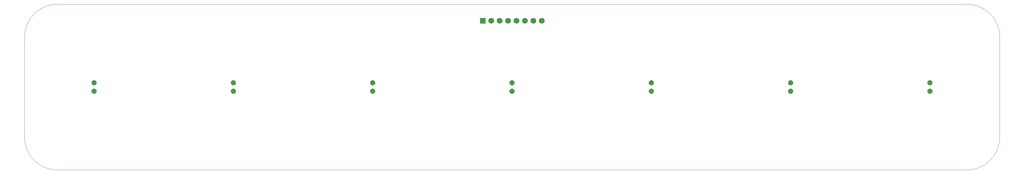
<source format=gts>
G04 EAGLE Gerber RS-274X export*
G75*
%MOMM*%
%FSLAX34Y34*%
%LPD*%
%INSolder Mask top*%
%IPPOS*%
%AMOC8*
5,1,8,0,0,1.08239X$1,22.5*%
G01*
%ADD10C,0.000000*%
%ADD11C,1.733200*%
%ADD12R,1.733200X1.733200*%
%ADD13P,1.649562X8X292.500000*%


D10*
X100000Y0D02*
X2840000Y0D01*
X2842416Y29D01*
X2844831Y117D01*
X2847243Y263D01*
X2849651Y467D01*
X2852054Y729D01*
X2854449Y1049D01*
X2856836Y1427D01*
X2859213Y1863D01*
X2861578Y2356D01*
X2863932Y2906D01*
X2866271Y3512D01*
X2868595Y4175D01*
X2870902Y4894D01*
X2873191Y5669D01*
X2875460Y6498D01*
X2877709Y7383D01*
X2879936Y8321D01*
X2882140Y9313D01*
X2884319Y10357D01*
X2886472Y11454D01*
X2888598Y12603D01*
X2890696Y13803D01*
X2892764Y15053D01*
X2894801Y16353D01*
X2896806Y17702D01*
X2898779Y19098D01*
X2900716Y20542D01*
X2902619Y22033D01*
X2904484Y23568D01*
X2906312Y25149D01*
X2908102Y26773D01*
X2909851Y28440D01*
X2911560Y30149D01*
X2913227Y31898D01*
X2914851Y33688D01*
X2916432Y35516D01*
X2917967Y37381D01*
X2919458Y39284D01*
X2920902Y41221D01*
X2922298Y43194D01*
X2923647Y45199D01*
X2924947Y47236D01*
X2926197Y49304D01*
X2927397Y51402D01*
X2928546Y53528D01*
X2929643Y55681D01*
X2930687Y57860D01*
X2931679Y60064D01*
X2932617Y62291D01*
X2933502Y64540D01*
X2934331Y66809D01*
X2935106Y69098D01*
X2935825Y71405D01*
X2936488Y73729D01*
X2937094Y76068D01*
X2937644Y78422D01*
X2938137Y80787D01*
X2938573Y83164D01*
X2938951Y85551D01*
X2939271Y87946D01*
X2939533Y90349D01*
X2939737Y92757D01*
X2939883Y95169D01*
X2939971Y97584D01*
X2940000Y100000D01*
X2940000Y400000D01*
X2939971Y402416D01*
X2939883Y404831D01*
X2939737Y407243D01*
X2939533Y409651D01*
X2939271Y412054D01*
X2938951Y414449D01*
X2938573Y416836D01*
X2938137Y419213D01*
X2937644Y421578D01*
X2937094Y423932D01*
X2936488Y426271D01*
X2935825Y428595D01*
X2935106Y430902D01*
X2934331Y433191D01*
X2933502Y435460D01*
X2932617Y437709D01*
X2931679Y439936D01*
X2930687Y442140D01*
X2929643Y444319D01*
X2928546Y446472D01*
X2927397Y448598D01*
X2926197Y450696D01*
X2924947Y452764D01*
X2923647Y454801D01*
X2922298Y456806D01*
X2920902Y458779D01*
X2919458Y460716D01*
X2917967Y462619D01*
X2916432Y464484D01*
X2914851Y466312D01*
X2913227Y468102D01*
X2911560Y469851D01*
X2909851Y471560D01*
X2908102Y473227D01*
X2906312Y474851D01*
X2904484Y476432D01*
X2902619Y477967D01*
X2900716Y479458D01*
X2898779Y480902D01*
X2896806Y482298D01*
X2894801Y483647D01*
X2892764Y484947D01*
X2890696Y486197D01*
X2888598Y487397D01*
X2886472Y488546D01*
X2884319Y489643D01*
X2882140Y490687D01*
X2879936Y491679D01*
X2877709Y492617D01*
X2875460Y493502D01*
X2873191Y494331D01*
X2870902Y495106D01*
X2868595Y495825D01*
X2866271Y496488D01*
X2863932Y497094D01*
X2861578Y497644D01*
X2859213Y498137D01*
X2856836Y498573D01*
X2854449Y498951D01*
X2852054Y499271D01*
X2849651Y499533D01*
X2847243Y499737D01*
X2844831Y499883D01*
X2842416Y499971D01*
X2840000Y500000D01*
X100000Y500000D01*
X97584Y499971D01*
X95169Y499883D01*
X92757Y499737D01*
X90349Y499533D01*
X87946Y499271D01*
X85551Y498951D01*
X83164Y498573D01*
X80787Y498137D01*
X78422Y497644D01*
X76068Y497094D01*
X73729Y496488D01*
X71405Y495825D01*
X69098Y495106D01*
X66809Y494331D01*
X64540Y493502D01*
X62291Y492617D01*
X60064Y491679D01*
X57860Y490687D01*
X55681Y489643D01*
X53528Y488546D01*
X51402Y487397D01*
X49304Y486197D01*
X47236Y484947D01*
X45199Y483647D01*
X43194Y482298D01*
X41221Y480902D01*
X39284Y479458D01*
X37381Y477967D01*
X35516Y476432D01*
X33688Y474851D01*
X31898Y473227D01*
X30149Y471560D01*
X28440Y469851D01*
X26773Y468102D01*
X25149Y466312D01*
X23568Y464484D01*
X22033Y462619D01*
X20542Y460716D01*
X19098Y458779D01*
X17702Y456806D01*
X16353Y454801D01*
X15053Y452764D01*
X13803Y450696D01*
X12603Y448598D01*
X11454Y446472D01*
X10357Y444319D01*
X9313Y442140D01*
X8321Y439936D01*
X7383Y437709D01*
X6498Y435460D01*
X5669Y433191D01*
X4894Y430902D01*
X4175Y428595D01*
X3512Y426271D01*
X2906Y423932D01*
X2356Y421578D01*
X1863Y419213D01*
X1427Y416836D01*
X1049Y414449D01*
X729Y412054D01*
X467Y409651D01*
X263Y407243D01*
X117Y404831D01*
X29Y402416D01*
X0Y400000D01*
X0Y100000D01*
X29Y97584D01*
X117Y95169D01*
X263Y92757D01*
X467Y90349D01*
X729Y87946D01*
X1049Y85551D01*
X1427Y83164D01*
X1863Y80787D01*
X2356Y78422D01*
X2906Y76068D01*
X3512Y73729D01*
X4175Y71405D01*
X4894Y69098D01*
X5669Y66809D01*
X6498Y64540D01*
X7383Y62291D01*
X8321Y60064D01*
X9313Y57860D01*
X10357Y55681D01*
X11454Y53528D01*
X12603Y51402D01*
X13803Y49304D01*
X15053Y47236D01*
X16353Y45199D01*
X17702Y43194D01*
X19098Y41221D01*
X20542Y39284D01*
X22033Y37381D01*
X23568Y35516D01*
X25149Y33688D01*
X26773Y31898D01*
X28440Y30149D01*
X30149Y28440D01*
X31898Y26773D01*
X33688Y25149D01*
X35516Y23568D01*
X37381Y22033D01*
X39284Y20542D01*
X41221Y19098D01*
X43194Y17702D01*
X45199Y16353D01*
X47236Y15053D01*
X49304Y13803D01*
X51402Y12603D01*
X53528Y11454D01*
X55681Y10357D01*
X57860Y9313D01*
X60064Y8321D01*
X62291Y7383D01*
X64540Y6498D01*
X66809Y5669D01*
X69098Y4894D01*
X71405Y4175D01*
X73729Y3512D01*
X76068Y2906D01*
X78422Y2356D01*
X80787Y1863D01*
X83164Y1427D01*
X85551Y1049D01*
X87946Y729D01*
X90349Y467D01*
X92757Y263D01*
X95169Y117D01*
X97584Y29D01*
X100000Y0D01*
D11*
X1432300Y450000D03*
X1457700Y450000D03*
X1483100Y450000D03*
X1508500Y450000D03*
X1406900Y450000D03*
D12*
X1381500Y450000D03*
D11*
X1533900Y450000D03*
X1559300Y450000D03*
D13*
X210000Y262700D03*
X210000Y237300D03*
X630000Y262700D03*
X630000Y237300D03*
X1050000Y262700D03*
X1050000Y237300D03*
X1470000Y262700D03*
X1470000Y237300D03*
X1890000Y262700D03*
X1890000Y237300D03*
X2310000Y262700D03*
X2310000Y237300D03*
X2730000Y262700D03*
X2730000Y237300D03*
M02*

</source>
